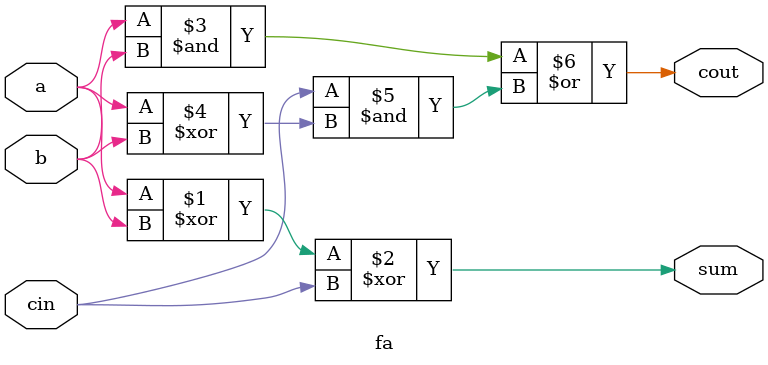
<source format=v>
module full_add(sum,cout,a,b,cin);
  output [1:0]sum;
  output cout;
  input [1:0]a,b;
  input cin;
  wire c;
  fa fa1(sum[0],c,a[0],b[0],cin);
  fa fa2(sum[1],cout,a[1],b[1],c);
endmodule

module fa(output sum,cout,input a,b,cin);
  assign sum=(a^b)^cin;
  assign cout=(a&b)|(cin&(a^b));
endmodule

</source>
